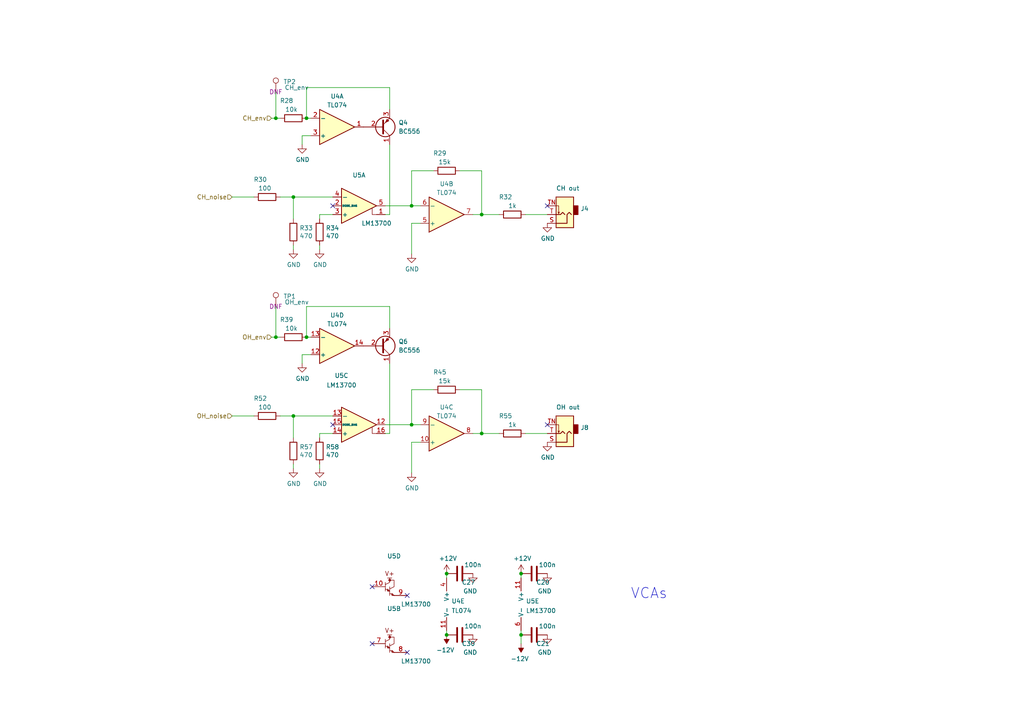
<source format=kicad_sch>
(kicad_sch (version 20211123) (generator eeschema)
  (paper "A4")
  (title_block (title "hihat") (rev "0.9") (comment 1 "untested"))
  (lib_symbols
    (symbol "Device:C" (pin_numbers hide) (pin_names (offset 0.254))
      (property "Reference" "C" (at 0.635 2.54 0))
      (property "Value" "C" (at 0.635 -2.54 0))
      (symbol "C_0_1"
        (polyline (pts (xy -2.032 -0.762) (xy 2.032 -0.762)) (stroke (width 0.508)))
        (polyline (pts (xy -2.032 0.762) (xy 2.032 0.762)) (stroke (width 0.508)))
      )
      (symbol "C_1_1"
        (pin passive line (at 0 3.81 270) (length 2.794) (name "~") (number "1"))
        (pin passive line (at 0 -3.81 90) (length 2.794) (name "~") (number "2"))
      )
    )
    (symbol "Transistor_BJT:BC556" (pin_names (offset 0) hide)
      (property "Reference" "Q" (at 5.08 1.905 0))
      (property "Value" "BC556" (at 5.08 0 0))
      (symbol "BC556_0_1"
        (polyline (pts (xy 0.635 0.635) (xy 2.54 2.54)))
        (polyline (pts (xy 0.635 -0.635) (xy 2.54 -2.54) (xy 2.54 -2.54)))
        (polyline (pts (xy 0.635 1.905) (xy 0.635 -1.905) (xy 0.635 -1.905)) (stroke (width 0.508)))
        (polyline (pts (xy 2.286 -1.778) (xy 1.778 -2.286) (xy 1.27 -1.27) (xy 2.286 -1.778) (xy 2.286 -1.778)) (fill (type outline)))
        (circle (center 1.27 0) (radius 2.8194) (stroke (width 0.254)))
      )
      (symbol "BC556_1_1"
        (pin passive line (at 2.54 5.08 270) (length 2.54) (name "C") (number "1"))
        (pin input line (at -5.08 0 0) (length 5.715) (name "B") (number "2"))
        (pin passive line (at 2.54 -5.08 90) (length 2.54) (name "E") (number "3"))
      )
    )
    (symbol "ao_symbols:AudioJack2_SwitchT"
      (property "Reference" "J" (at 0 8.89 0))
      (property "Value" "AudioJack2_SwitchT" (at 0 6.35 0))
      (symbol "AudioJack2_SwitchT_0_1"
        (rectangle (start -2.54 0) (end -3.81 -2.54) (stroke (width 0.254)) (fill (type outline)))
        (polyline (pts (xy 1.778 -0.254) (xy 2.032 -0.762)))
        (polyline (pts (xy 0 0) (xy 0.635 -0.635) (xy 1.27 0) (xy 2.54 0)) (stroke (width 0.254)))
        (polyline (pts (xy 2.54 -2.54) (xy 1.778 -2.54) (xy 1.778 -0.254) (xy 1.524 -0.762)))
        (polyline (pts (xy 2.54 2.54) (xy -0.635 2.54) (xy -0.635 0) (xy -1.27 -0.635) (xy -1.905 0)) (stroke (width 0.254)))
        (rectangle (start 2.54 3.81) (end -2.54 -5.08) (stroke (width 0.254)) (fill (type background)))
      )
      (symbol "AudioJack2_SwitchT_1_1"
        (pin passive line (at 5.08 2.54 180) (length 2.54) (name "~") (number "S"))
        (pin passive line (at 5.08 0 180) (length 2.54) (name "~") (number "T"))
        (pin passive line (at 5.08 -2.54 180) (length 2.54) (name "~") (number "TN"))
      )
    )
    (symbol "ao_symbols:LM13700" (pin_names (offset 0.127))
      (property "Reference" "U" (at 3.81 5.08 0))
      (property "Value" "LM13700" (at 5.08 -5.08 0))
      (symbol "LM13700_1_1"
        (polyline (pts (xy 3.81 -0.635) (xy 3.81 -2.54) (xy 5.08 -2.54)))
        (polyline (pts (xy 5.08 0) (xy -5.08 -5.08) (xy -5.08 5.08) (xy 5.08 0)) (stroke (width 0.254)) (fill (type background)))
        (pin input line (at 7.62 -2.54 180) (length 2.54) (name "~") (number "1"))
        (pin input line (at -7.62 0 0) (length 2.54) (name "DIODE_BIAS") (number "2"))
        (pin input line (at -7.62 -2.54 0) (length 2.54) (name "+") (number "3"))
        (pin input line (at -7.62 2.54 0) (length 2.54) (name "-") (number "4"))
        (pin output line (at 7.62 0 180) (length 2.54) (name "~") (number "5"))
      )
      (symbol "LM13700_2_0"
        (polyline (pts (xy -1.905 2.54) (xy -3.175 2.54)))
      )
      (symbol "LM13700_2_1"
        (circle (center -2.54 1.905) (radius 0.254) (stroke (width 0.254)) (fill (type outline)))
        (polyline (pts (xy -3.81 -0.635) (xy -2.54 -1.27)))
        (polyline (pts (xy -3.81 1.27) (xy -3.81 -1.27)))
        (polyline (pts (xy -2.54 -1.905) (xy -1.27 -2.54)))
        (polyline (pts (xy -2.54 0) (xy -2.54 -2.54)))
        (polyline (pts (xy -3.81 0.635) (xy -2.54 1.27) (xy -2.54 1.905) (xy -2.54 2.54)))
        (polyline (pts (xy -2.54 -1.27) (xy -3.175 -0.635) (xy -3.175 -1.27) (xy -2.54 -1.27)) (fill (type outline)))
        (polyline (pts (xy -2.54 -0.635) (xy -1.27 0) (xy -1.27 1.905) (xy -2.54 1.905)))
        (polyline (pts (xy -1.27 -2.54) (xy -1.905 -1.905) (xy -1.905 -2.54) (xy -1.27 -2.54)) (fill (type outline)))
        (text "V+" (at -2.54 3.81 0) (effects (font (size 1.27 1.27))))
        (pin input line (at -7.62 0 0) (length 3.81) (name "~") (number "7"))
        (pin output line (at 2.54 -2.54 180) (length 3.81) (name "~") (number "8"))
      )
      (symbol "LM13700_3_1"
        (polyline (pts (xy 3.81 -0.635) (xy 3.81 -2.54) (xy 5.08 -2.54)))
        (polyline (pts (xy 5.08 0) (xy -5.08 -5.08) (xy -5.08 5.08) (xy 5.08 0)) (stroke (width 0.254)) (fill (type background)))
        (pin output line (at 7.62 0 180) (length 2.54) (name "~") (number "12"))
        (pin input line (at -7.62 2.54 0) (length 2.54) (name "-") (number "13"))
        (pin input line (at -7.62 -2.54 0) (length 2.54) (name "+") (number "14"))
        (pin input line (at -7.62 0 0) (length 2.54) (name "DIODE_BIAS") (number "15"))
        (pin input line (at 7.62 -2.54 180) (length 2.54) (name "~") (number "16"))
      )
      (symbol "LM13700_4_0"
        (polyline (pts (xy -3.175 2.54) (xy -1.905 2.54)))
        (text "V+" (at -2.54 3.81 0) (effects (font (size 1.27 1.27))))
      )
      (symbol "LM13700_4_1"
        (circle (center -2.54 1.905) (radius 0.254) (stroke (width 0.254)) (fill (type outline)))
        (polyline (pts (xy -3.81 -0.635) (xy -2.54 -1.27)))
        (polyline (pts (xy -3.81 1.27) (xy -3.81 -1.27)))
        (polyline (pts (xy -2.54 -1.905) (xy -1.27 -2.54)))
        (polyline (pts (xy -2.54 0) (xy -2.54 -2.54)))
        (polyline (pts (xy -3.81 0.635) (xy -2.54 1.27) (xy -2.54 2.54)))
        (polyline (pts (xy -2.54 -1.27) (xy -3.175 -0.635) (xy -3.175 -1.27) (xy -2.54 -1.27)) (fill (type outline)))
        (polyline (pts (xy -2.54 -0.635) (xy -1.27 0) (xy -1.27 1.905) (xy -2.54 1.905)))
        (polyline (pts (xy -1.27 -2.54) (xy -1.905 -1.905) (xy -1.905 -2.54) (xy -1.27 -2.54)) (fill (type outline)))
        (pin input line (at -7.62 0 0) (length 3.81) (name "~") (number "10"))
        (pin output line (at 2.54 -2.54 180) (length 3.81) (name "~") (number "9"))
      )
      (symbol "LM13700_5_1"
        (pin power_in line (at -2.54 7.62 270) (length 3.81) (name "V+") (number "11"))
        (pin power_in line (at -2.54 -7.62 90) (length 3.81) (name "V-") (number "6"))
      )
    )
    (symbol "ao_symbols:R" (pin_numbers hide) (pin_names (offset 0))
      (property "Reference" "R" (at 2.032 0 90))
      (property "Value" "R" (at 0 0 90))
      (symbol "R_0_1"
        (rectangle (start -1.016 -2.54) (end 1.016 2.54) (stroke (width 0.254)))
      )
      (symbol "R_1_1"
        (pin passive line (at 0 3.81 270) (length 1.27) (name "~") (number "1"))
        (pin passive line (at 0 -3.81 90) (length 1.27) (name "~") (number "2"))
      )
    )
    (symbol "ao_symbols:TL074" (pin_names (offset 0.127))
      (property "Reference" "U" (at 0 5.08 0))
      (property "Value" "TL074" (at 0 -5.08 0))
      (symbol "TL074_1_1"
        (polyline (pts (xy -5.08 5.08) (xy 5.08 0) (xy -5.08 -5.08) (xy -5.08 5.08)) (stroke (width 0.254)) (fill (type background)))
        (pin output line (at 7.62 0 180) (length 2.54) (name "~") (number "1"))
        (pin input line (at -7.62 -2.54 0) (length 2.54) (name "-") (number "2"))
        (pin input line (at -7.62 2.54 0) (length 2.54) (name "+") (number "3"))
      )
      (symbol "TL074_2_1"
        (polyline (pts (xy -5.08 5.08) (xy 5.08 0) (xy -5.08 -5.08) (xy -5.08 5.08)) (stroke (width 0.254)) (fill (type background)))
        (pin input line (at -7.62 2.54 0) (length 2.54) (name "+") (number "5"))
        (pin input line (at -7.62 -2.54 0) (length 2.54) (name "-") (number "6"))
        (pin output line (at 7.62 0 180) (length 2.54) (name "~") (number "7"))
      )
      (symbol "TL074_3_1"
        (polyline (pts (xy -5.08 5.08) (xy 5.08 0) (xy -5.08 -5.08) (xy -5.08 5.08)) (stroke (width 0.254)) (fill (type background)))
        (pin input line (at -7.62 2.54 0) (length 2.54) (name "+") (number "10"))
        (pin output line (at 7.62 0 180) (length 2.54) (name "~") (number "8"))
        (pin input line (at -7.62 -2.54 0) (length 2.54) (name "-") (number "9"))
      )
      (symbol "TL074_4_1"
        (polyline (pts (xy -5.08 5.08) (xy 5.08 0) (xy -5.08 -5.08) (xy -5.08 5.08)) (stroke (width 0.254)) (fill (type background)))
        (pin input line (at -7.62 2.54 0) (length 2.54) (name "+") (number "12"))
        (pin input line (at -7.62 -2.54 0) (length 2.54) (name "-") (number "13"))
        (pin output line (at 7.62 0 180) (length 2.54) (name "~") (number "14"))
      )
      (symbol "TL074_5_1"
        (pin power_in line (at -2.54 -7.62 90) (length 3.81) (name "V-") (number "11"))
        (pin power_in line (at -2.54 7.62 270) (length 3.81) (name "V+") (number "4"))
      )
    )
    (symbol "ao_symbols:TestPoint" (pin_numbers hide) (pin_names (offset 0.762) hide) (in_bom no)
      (property "Reference" "TP" (at 0 6.858 0))
      (property "Value" "TestPoint" (at 0 5.08 0))
      (property "Config" "DNF" (at 0 0 0))
      (symbol "TestPoint_0_1"
        (circle (center 0 3.302) (radius 0.762))
      )
      (symbol "TestPoint_1_1"
        (pin passive line (at 0 0 90) (length 2.54) (name "1") (number "1"))
      )
    )
    (symbol "power:+12V" (power) (pin_names (offset 0))
      (property "Value" "+12V" (at 0 3.556 0))
      (symbol "+12V_0_1"
        (polyline (pts (xy -0.762 1.27) (xy 0 2.54)))
        (polyline (pts (xy 0 0) (xy 0 2.54)))
        (polyline (pts (xy 0 2.54) (xy 0.762 1.27)))
      )
      (symbol "+12V_1_1"
        (pin power_in line (at 0 0 90) (length 0) hide (name "+12V") (number "1"))
      )
    )
    (symbol "power:-12V" (power) (pin_names (offset 0))
      (property "Value" "-12V" (at 0 3.81 0))
      (symbol "-12V_0_0"
        (pin power_in line (at 0 0 90) (length 0) hide (name "-12V") (number "1"))
      )
      (symbol "-12V_0_1"
        (polyline (pts (xy 0 0) (xy 0 1.27) (xy 0.762 1.27) (xy 0 2.54) (xy -0.762 1.27) (xy 0 1.27)) (fill (type outline)))
      )
    )
    (symbol "power:GND" (power) (pin_names (offset 0))
      (property "Value" "GND" (at 0 -3.81 0))
      (symbol "GND_0_1"
        (polyline (pts (xy 0 0) (xy 0 -1.27) (xy 1.27 -1.27) (xy 0 -2.54) (xy -1.27 -1.27) (xy 0 -1.27)))
      )
      (symbol "GND_1_1"
        (pin power_in line (at 0 0 270) (length 0) hide (name "GND") (number "1"))
      )
    )
  )
  (junction (at 88.9 34.29))
  (junction (at 80.01 97.79))
  (junction (at 151.13 184.15))
  (junction (at 129.54 166.37))
  (junction (at 139.7 62.23))
  (junction (at 119.38 59.69))
  (junction (at 80.01 34.29))
  (junction (at 88.9 97.79))
  (junction (at 85.09 120.65))
  (junction (at 85.09 57.15))
  (junction (at 129.54 184.15))
  (junction (at 119.38 123.19))
  (junction (at 139.7 125.73))
  (junction (at 151.13 166.37))
  (no_connect (at 158.75 59.69))
  (no_connect (at 158.75 123.19))
  (no_connect (at 107.95 186.69))
  (no_connect (at 118.11 189.23))
  (no_connect (at 96.52 59.69))
  (no_connect (at 107.95 170.18))
  (no_connect (at 118.11 172.72))
  (no_connect (at 96.52 123.19))
  (wire (pts (xy 113.03 62.23) (xy 111.76 62.23)))
  (wire (pts (xy 151.13 182.88) (xy 151.13 184.15)))
  (wire (pts (xy 88.9 88.9) (xy 88.9 97.79)))
  (wire (pts (xy 113.03 31.75) (xy 113.03 25.4)))
  (wire (pts (xy 151.13 184.15) (xy 151.13 186.69)))
  (wire (pts (xy 92.71 127) (xy 92.71 125.73)))
  (wire (pts (xy 119.38 59.69) (xy 121.92 59.69)))
  (wire (pts (xy 139.7 125.73) (xy 139.7 113.03)))
  (wire (pts (xy 81.28 57.15) (xy 85.09 57.15)))
  (wire (pts (xy 113.03 25.4) (xy 88.9 25.4)))
  (wire (pts (xy 119.38 113.03) (xy 119.38 123.19)))
  (wire (pts (xy 88.9 97.79) (xy 90.17 97.79)))
  (wire (pts (xy 129.54 182.88) (xy 129.54 184.15)))
  (wire (pts (xy 88.9 25.4) (xy 88.9 34.29)))
  (wire (pts (xy 137.16 62.23) (xy 139.7 62.23)))
  (wire (pts (xy 80.01 26.67) (xy 80.01 34.29)))
  (wire (pts (xy 85.09 120.65) (xy 85.09 127)))
  (wire (pts (xy 92.71 134.62) (xy 92.71 135.89)))
  (wire (pts (xy 139.7 49.53) (xy 133.35 49.53)))
  (wire (pts (xy 85.09 134.62) (xy 85.09 135.89)))
  (wire (pts (xy 78.74 34.29) (xy 80.01 34.29)))
  (wire (pts (xy 81.28 120.65) (xy 85.09 120.65)))
  (wire (pts (xy 85.09 120.65) (xy 96.52 120.65)))
  (wire (pts (xy 119.38 128.27) (xy 119.38 137.16)))
  (wire (pts (xy 92.71 125.73) (xy 96.52 125.73)))
  (wire (pts (xy 85.09 57.15) (xy 96.52 57.15)))
  (wire (pts (xy 92.71 71.12) (xy 92.71 72.39)))
  (wire (pts (xy 119.38 64.77) (xy 119.38 73.66)))
  (wire (pts (xy 80.01 97.79) (xy 81.28 97.79)))
  (wire (pts (xy 119.38 49.53) (xy 119.38 59.69)))
  (wire (pts (xy 139.7 62.23) (xy 139.7 49.53)))
  (wire (pts (xy 121.92 128.27) (xy 119.38 128.27)))
  (wire (pts (xy 152.4 62.23) (xy 158.75 62.23)))
  (wire (pts (xy 119.38 123.19) (xy 121.92 123.19)))
  (wire (pts (xy 67.31 120.65) (xy 73.66 120.65)))
  (wire (pts (xy 111.76 123.19) (xy 119.38 123.19)))
  (wire (pts (xy 78.74 97.79) (xy 80.01 97.79)))
  (wire (pts (xy 92.71 63.5) (xy 92.71 62.23)))
  (wire (pts (xy 152.4 125.73) (xy 158.75 125.73)))
  (wire (pts (xy 139.7 62.23) (xy 144.78 62.23)))
  (wire (pts (xy 85.09 57.15) (xy 85.09 63.5)))
  (wire (pts (xy 67.31 57.15) (xy 73.66 57.15)))
  (wire (pts (xy 113.03 105.41) (xy 113.03 125.73)))
  (wire (pts (xy 137.16 125.73) (xy 139.7 125.73)))
  (wire (pts (xy 111.76 59.69) (xy 119.38 59.69)))
  (wire (pts (xy 113.03 125.73) (xy 111.76 125.73)))
  (wire (pts (xy 87.63 102.87) (xy 87.63 105.41)))
  (wire (pts (xy 139.7 125.73) (xy 144.78 125.73)))
  (wire (pts (xy 88.9 34.29) (xy 90.17 34.29)))
  (wire (pts (xy 113.03 41.91) (xy 113.03 62.23)))
  (wire (pts (xy 121.92 64.77) (xy 119.38 64.77)))
  (wire (pts (xy 151.13 167.64) (xy 151.13 166.37)))
  (wire (pts (xy 113.03 88.9) (xy 88.9 88.9)))
  (wire (pts (xy 113.03 95.25) (xy 113.03 88.9)))
  (wire (pts (xy 125.73 113.03) (xy 119.38 113.03)))
  (wire (pts (xy 87.63 39.37) (xy 87.63 41.91)))
  (wire (pts (xy 139.7 113.03) (xy 133.35 113.03)))
  (wire (pts (xy 80.01 34.29) (xy 81.28 34.29)))
  (wire (pts (xy 92.71 62.23) (xy 96.52 62.23)))
  (wire (pts (xy 125.73 49.53) (xy 119.38 49.53)))
  (wire (pts (xy 90.17 39.37) (xy 87.63 39.37)))
  (wire (pts (xy 90.17 102.87) (xy 87.63 102.87)))
  (wire (pts (xy 80.01 88.9) (xy 80.01 97.79)))
  (wire (pts (xy 129.54 167.64) (xy 129.54 166.37)))
  (wire (pts (xy 85.09 71.12) (xy 85.09 72.39)))
  (text "VCAs" (at 182.88 173.99 0) (effects (font (size 3 3)) (justify left bottom)))
  (hierarchical_label "CH_env" (shape input) (at 78.74 34.29 180))
  (hierarchical_label "OH_noise" (shape input) (at 67.31 120.65 180))
  (hierarchical_label "OH_env" (shape input) (at 78.74 97.79 180))
  (hierarchical_label "CH_noise" (shape input) (at 67.31 57.15 180))
  (symbol (lib_id "ao_symbols:R") (at 129.54 49.53 270) (unit 1)
    (property "Reference" "R29" (at 129.54 44.45 90) (effects (justify right)))
    (property "Value" "15k" (at 130.81 46.99 90) (effects (justify right)))
    (property "Footprint" "ao_tht:R_Axial_DIN0207_L6.3mm_D2.5mm_P10.16mm_Horizontal" (effects hide))
    (property "Vendor" "Tayda" (effects hide))
  )
  (symbol (lib_id "power:GND") (at 92.71 135.89 0) (unit 1)
    (property "Reference" "#PWR0164" (effects hide))
    (property "Value" "GND" (at 92.837 140.2842 0))
  )
  (symbol (lib_id "Device:C") (at 133.35 184.15 270) (unit 1)
    (property "Reference" "C30" (at 135.89 186.69 90))
    (property "Value" "100n" (at 137.16 181.61 90))
    (property "Footprint" "ao_tht:C_Disc_D3.0mm_W1.6mm_P2.50mm" (effects hide))
    (property "tayda" "https://www.taydaelectronics.com/capacitors/polyester-film-box-type-capacitors/1000pf-100v-5-kemet-polyester-film-box-type-capacitor.html" (effects hide))
  )
  (symbol (lib_id "ao_symbols:LM13700") (at 115.57 186.69 0) (unit 2)
    (property "Reference" "U5" (at 114.3 176.53 0))
    (property "Value" "LM13700" (at 120.65 191.77 0))
    (property "Footprint" "ao_tht:DIP-16_W7.62mm_Socket_LongPads" (effects hide))
    (property "Vendor" "Tayda" (effects hide))
    (property "SKU" "A-900" (effects hide))
  )
  (symbol (lib_id "ao_symbols:TestPoint") (at 80.01 26.67 0) (unit 1)
    (property "Reference" "TP2" (at 82.169 23.7295 0) (effects (justify left)))
    (property "Value" "CH_env" (at 82.55 25.4 0) (effects (justify left)))
    (property "Footprint" "ao_tht:TestPoint_THTPad_D1.5mm_Drill0.7mm" (effects hide))
    (property "Config" "DNF" (at 80.01 26.67 0))
  )
  (symbol (lib_id "power:GND") (at 92.71 72.39 0) (unit 1)
    (property "Reference" "#PWR0169" (effects hide))
    (property "Value" "GND" (at 92.837 76.7842 0))
  )
  (symbol (lib_id "power:GND") (at 119.38 137.16 0) (unit 1)
    (property "Reference" "#PWR0173" (effects hide))
    (property "Value" "GND" (at 119.507 141.5542 0))
  )
  (symbol (lib_id "power:GND") (at 137.16 166.37 0) (unit 1)
    (property "Reference" "#PWR0194" (effects hide))
    (property "Value" "GND" (at 138.43 171.45 0) (effects (justify right)))
  )
  (symbol (lib_id "ao_symbols:TL074") (at 97.79 100.33 0) (mirror x) (unit 4)
    (property "Reference" "U4" (at 97.79 91.44 0))
    (property "Value" "TL074" (at 97.79 93.98 0))
    (property "Footprint" "ao_tht:DIP-14_W7.62mm_Socket_LongPads" (effects hide))
    (property "Vendor" "Tayda" (effects hide))
    (property "SKU" "A-1138" (effects hide))
  )
  (symbol (lib_id "ao_symbols:AudioJack2_SwitchT") (at 163.83 62.23 180) (unit 1)
    (property "Reference" "J4" (at 168.3766 60.5282 0) (effects (justify right)))
    (property "Value" "CH out" (at 161.29 54.61 0) (effects (justify right)))
    (property "Footprint" "ao_tht:Jack_6.35mm_PJ_629HAN" (effects hide))
    (property "Vendor" "Tayda" (effects hide))
    (property "SKU" "A-1121" (effects hide))
  )
  (symbol (lib_id "ao_symbols:R") (at 85.09 67.31 180) (unit 1)
    (property "Reference" "R33" (at 86.868 66.1416 0) (effects (justify right)))
    (property "Value" "470" (at 86.868 68.453 0) (effects (justify right)))
    (property "Footprint" "ao_tht:R_Axial_DIN0207_L6.3mm_D2.5mm_P10.16mm_Horizontal" (effects hide))
    (property "Vendor" "Tayda" (effects hide))
  )
  (symbol (lib_id "ao_symbols:LM13700") (at 153.67 175.26 0) (unit 5)
    (property "Reference" "U5" (at 152.5272 174.3515 0) (effects (justify left)))
    (property "Value" "LM13700" (at 152.5272 177.1266 0) (effects (justify left)))
    (property "Footprint" "ao_tht:DIP-16_W7.62mm_Socket_LongPads" (effects hide))
    (property "Vendor" "Tayda" (effects hide))
    (property "SKU" "A-900" (effects hide))
  )
  (symbol (lib_id "power:GND") (at 85.09 72.39 0) (unit 1)
    (property "Reference" "#PWR0168" (effects hide))
    (property "Value" "GND" (at 85.217 76.7842 0))
  )
  (symbol (lib_id "power:+12V") (at 151.13 166.37 0) (unit 1)
    (property "Reference" "#PWR0149" (effects hide))
    (property "Value" "+12V" (at 151.511 161.9758 0))
  )
  (symbol (lib_id "ao_symbols:LM13700") (at 104.14 123.19 0) (unit 3)
    (property "Reference" "U5" (at 99.06 108.9365 0))
    (property "Value" "LM13700" (at 99.06 111.7116 0))
    (property "Footprint" "ao_tht:DIP-16_W7.62mm_Socket_LongPads" (effects hide))
    (property "Vendor" "Tayda" (effects hide))
    (property "SKU" "A-900" (effects hide))
  )
  (symbol (lib_id "ao_symbols:R") (at 77.47 57.15 270) (unit 1)
    (property "Reference" "R30" (at 77.47 52.07 90) (effects (justify right)))
    (property "Value" "100" (at 78.74 54.61 90) (effects (justify right)))
    (property "Footprint" "ao_tht:R_Axial_DIN0207_L6.3mm_D2.5mm_P10.16mm_Horizontal" (effects hide))
    (property "Vendor" "Tayda" (effects hide))
  )
  (symbol (lib_id "ao_symbols:TL074") (at 97.79 36.83 0) (mirror x) (unit 1)
    (property "Reference" "U4" (at 97.79 27.94 0))
    (property "Value" "TL074" (at 97.79 30.48 0))
    (property "Footprint" "ao_tht:DIP-14_W7.62mm_Socket_LongPads" (effects hide))
    (property "Vendor" "Tayda" (effects hide))
    (property "SKU" "A-1138" (effects hide))
  )
  (symbol (lib_id "power:GND") (at 158.75 166.37 0) (unit 1)
    (property "Reference" "#PWR0148" (effects hide))
    (property "Value" "GND" (at 160.02 171.45 0) (effects (justify right)))
  )
  (symbol (lib_id "power:GND") (at 119.38 73.66 0) (unit 1)
    (property "Reference" "#PWR0166" (effects hide))
    (property "Value" "GND" (at 119.507 78.0542 0))
  )
  (symbol (lib_id "ao_symbols:R") (at 148.59 125.73 270) (unit 1)
    (property "Reference" "R55" (at 148.59 120.65 90) (effects (justify right)))
    (property "Value" "1k" (at 149.86 123.19 90) (effects (justify right)))
    (property "Footprint" "ao_tht:R_Axial_DIN0207_L6.3mm_D2.5mm_P10.16mm_Horizontal" (effects hide))
    (property "Vendor" "Tayda" (effects hide))
  )
  (symbol (lib_id "ao_symbols:TL074") (at 132.08 175.26 0) (unit 5)
    (property "Reference" "U4" (at 130.9372 174.3515 0) (effects (justify left)))
    (property "Value" "TL074" (at 130.9372 177.1266 0) (effects (justify left)))
    (property "Footprint" "ao_tht:DIP-14_W7.62mm_Socket_LongPads" (effects hide))
    (property "Vendor" "Tayda" (effects hide))
    (property "SKU" "A-1138" (effects hide))
  )
  (symbol (lib_id "power:GND") (at 158.75 184.15 0) (unit 1)
    (property "Reference" "#PWR0151" (effects hide))
    (property "Value" "GND" (at 160.02 189.23 0) (effects (justify right)))
  )
  (symbol (lib_id "ao_symbols:R") (at 92.71 67.31 180) (unit 1)
    (property "Reference" "R34" (at 94.488 66.1416 0) (effects (justify right)))
    (property "Value" "470" (at 94.488 68.453 0) (effects (justify right)))
    (property "Footprint" "ao_tht:R_Axial_DIN0207_L6.3mm_D2.5mm_P10.16mm_Horizontal" (effects hide))
    (property "Vendor" "Tayda" (effects hide))
  )
  (symbol (lib_id "ao_symbols:TL074") (at 129.54 125.73 0) (mirror x) (unit 3)
    (property "Reference" "U4" (at 129.54 118.11 0))
    (property "Value" "TL074" (at 129.54 120.65 0))
    (property "Footprint" "ao_tht:DIP-14_W7.62mm_Socket_LongPads" (effects hide))
    (property "Vendor" "Tayda" (effects hide))
    (property "SKU" "A-1138" (effects hide))
  )
  (symbol (lib_id "ao_symbols:LM13700") (at 104.14 59.69 0) (unit 1)
    (property "Reference" "U5" (at 104.14 50.8 0))
    (property "Value" "LM13700" (at 109.22 64.77 0))
    (property "Footprint" "ao_tht:DIP-16_W7.62mm_Socket_LongPads" (effects hide))
    (property "Vendor" "Tayda" (effects hide))
    (property "SKU" "A-900" (effects hide))
  )
  (symbol (lib_id "ao_symbols:R") (at 148.59 62.23 270) (unit 1)
    (property "Reference" "R32" (at 148.59 57.15 90) (effects (justify right)))
    (property "Value" "1k" (at 149.86 59.69 90) (effects (justify right)))
    (property "Footprint" "ao_tht:R_Axial_DIN0207_L6.3mm_D2.5mm_P10.16mm_Horizontal" (effects hide))
    (property "Vendor" "Tayda" (effects hide))
  )
  (symbol (lib_id "ao_symbols:R") (at 77.47 120.65 270) (unit 1)
    (property "Reference" "R52" (at 77.47 115.57 90) (effects (justify right)))
    (property "Value" "100" (at 78.74 118.11 90) (effects (justify right)))
    (property "Footprint" "ao_tht:R_Axial_DIN0207_L6.3mm_D2.5mm_P10.16mm_Horizontal" (effects hide))
    (property "Vendor" "Tayda" (effects hide))
  )
  (symbol (lib_id "Transistor_BJT:BC556") (at 110.49 100.33 0) (mirror x) (unit 1)
    (property "Reference" "Q6" (at 115.57 99.06 0) (effects (justify left)))
    (property "Value" "BC556" (at 115.57 101.6 0) (effects (justify left)))
    (property "Footprint" "ao_tht:TO-92_Inline_Wide" (effects hide))
    (property "Datasheet" "https://www.onsemi.com/pub/Collateral/BC556BTA-D.pdf" (effects hide))
  )
  (symbol (lib_id "ao_symbols:R") (at 85.09 130.81 180) (unit 1)
    (property "Reference" "R57" (at 86.868 129.6416 0) (effects (justify right)))
    (property "Value" "470" (at 86.868 131.953 0) (effects (justify right)))
    (property "Footprint" "ao_tht:R_Axial_DIN0207_L6.3mm_D2.5mm_P10.16mm_Horizontal" (effects hide))
    (property "Vendor" "Tayda" (effects hide))
  )
  (symbol (lib_id "Device:C") (at 154.94 166.37 270) (unit 1)
    (property "Reference" "C20" (at 157.48 168.91 90))
    (property "Value" "100n" (at 158.75 163.83 90))
    (property "Footprint" "ao_tht:C_Disc_D3.0mm_W1.6mm_P2.50mm" (effects hide))
    (property "tayda" "https://www.taydaelectronics.com/capacitors/polyester-film-box-type-capacitors/1000pf-100v-5-kemet-polyester-film-box-type-capacitor.html" (effects hide))
  )
  (symbol (lib_id "Device:C") (at 133.35 166.37 270) (unit 1)
    (property "Reference" "C27" (at 135.89 168.91 90))
    (property "Value" "100n" (at 137.16 163.83 90))
    (property "Footprint" "ao_tht:C_Disc_D3.0mm_W1.6mm_P2.50mm" (effects hide))
    (property "tayda" "https://www.taydaelectronics.com/capacitors/polyester-film-box-type-capacitors/1000pf-100v-5-kemet-polyester-film-box-type-capacitor.html" (effects hide))
  )
  (symbol (lib_id "power:GND") (at 87.63 105.41 0) (unit 1)
    (property "Reference" "#PWR0165" (effects hide))
    (property "Value" "GND" (at 87.757 109.8042 0))
  )
  (symbol (lib_id "ao_symbols:R") (at 85.09 97.79 270) (unit 1)
    (property "Reference" "R39" (at 85.09 92.71 90) (effects (justify right)))
    (property "Value" "10k" (at 86.36 95.25 90) (effects (justify right)))
    (property "Footprint" "ao_tht:R_Axial_DIN0207_L6.3mm_D2.5mm_P10.16mm_Horizontal" (effects hide))
    (property "Vendor" "Tayda" (effects hide))
  )
  (symbol (lib_id "ao_symbols:R") (at 129.54 113.03 270) (unit 1)
    (property "Reference" "R45" (at 129.54 107.95 90) (effects (justify right)))
    (property "Value" "15k" (at 130.81 110.49 90) (effects (justify right)))
    (property "Footprint" "ao_tht:R_Axial_DIN0207_L6.3mm_D2.5mm_P10.16mm_Horizontal" (effects hide))
    (property "Vendor" "Tayda" (effects hide))
  )
  (symbol (lib_id "ao_symbols:AudioJack2_SwitchT") (at 163.83 125.73 180) (unit 1)
    (property "Reference" "J8" (at 168.3766 124.0282 0) (effects (justify right)))
    (property "Value" "OH out" (at 161.29 118.11 0) (effects (justify right)))
    (property "Footprint" "ao_tht:Jack_6.35mm_PJ_629HAN" (effects hide))
    (property "Vendor" "Tayda" (effects hide))
    (property "SKU" "A-1121" (effects hide))
  )
  (symbol (lib_id "ao_symbols:LM13700") (at 115.57 170.18 0) (unit 4)
    (property "Reference" "U5" (at 114.3 161.29 0))
    (property "Value" "LM13700" (at 120.65 175.26 0))
    (property "Footprint" "ao_tht:DIP-16_W7.62mm_Socket_LongPads" (effects hide))
    (property "Vendor" "Tayda" (effects hide))
    (property "SKU" "A-900" (effects hide))
  )
  (symbol (lib_id "power:+12V") (at 129.54 166.37 0) (unit 1)
    (property "Reference" "#PWR0196" (effects hide))
    (property "Value" "+12V" (at 129.921 161.9758 0))
  )
  (symbol (lib_id "Device:C") (at 154.94 184.15 270) (unit 1)
    (property "Reference" "C21" (at 157.48 186.69 90))
    (property "Value" "100n" (at 158.75 181.61 90))
    (property "Footprint" "ao_tht:C_Disc_D3.0mm_W1.6mm_P2.50mm" (effects hide))
    (property "tayda" "https://www.taydaelectronics.com/capacitors/polyester-film-box-type-capacitors/1000pf-100v-5-kemet-polyester-film-box-type-capacitor.html" (effects hide))
  )
  (symbol (lib_id "power:GND") (at 85.09 135.89 0) (unit 1)
    (property "Reference" "#PWR0163" (effects hide))
    (property "Value" "GND" (at 85.217 140.2842 0))
  )
  (symbol (lib_id "power:GND") (at 158.75 128.27 0) (unit 1)
    (property "Reference" "#PWR0174" (effects hide))
    (property "Value" "GND" (at 158.877 132.6642 0))
  )
  (symbol (lib_id "ao_symbols:R") (at 92.71 130.81 180) (unit 1)
    (property "Reference" "R58" (at 94.488 129.6416 0) (effects (justify right)))
    (property "Value" "470" (at 94.488 131.953 0) (effects (justify right)))
    (property "Footprint" "ao_tht:R_Axial_DIN0207_L6.3mm_D2.5mm_P10.16mm_Horizontal" (effects hide))
    (property "Vendor" "Tayda" (effects hide))
  )
  (symbol (lib_id "Transistor_BJT:BC556") (at 110.49 36.83 0) (mirror x) (unit 1)
    (property "Reference" "Q4" (at 115.57 35.56 0) (effects (justify left)))
    (property "Value" "BC556" (at 115.57 38.1 0) (effects (justify left)))
    (property "Footprint" "ao_tht:TO-92_Inline_Wide" (effects hide))
    (property "Datasheet" "https://www.onsemi.com/pub/Collateral/BC556BTA-D.pdf" (effects hide))
  )
  (symbol (lib_id "ao_symbols:TL074") (at 129.54 62.23 0) (mirror x) (unit 2)
    (property "Reference" "U4" (at 129.54 53.34 0))
    (property "Value" "TL074" (at 129.54 55.88 0))
    (property "Footprint" "ao_tht:DIP-14_W7.62mm_Socket_LongPads" (effects hide))
    (property "Vendor" "Tayda" (effects hide))
    (property "SKU" "A-1138" (effects hide))
  )
  (symbol (lib_id "power:-12V") (at 151.13 186.69 180) (unit 1)
    (property "Reference" "#PWR0152" (effects hide))
    (property "Value" "-12V" (at 150.749 191.0842 0))
  )
  (symbol (lib_id "power:GND") (at 137.16 184.15 0) (unit 1)
    (property "Reference" "#PWR0193" (effects hide))
    (property "Value" "GND" (at 138.43 189.23 0) (effects (justify right)))
  )
  (symbol (lib_id "power:GND") (at 87.63 41.91 0) (unit 1)
    (property "Reference" "#PWR0171" (effects hide))
    (property "Value" "GND" (at 87.757 46.3042 0))
  )
  (symbol (lib_id "power:GND") (at 158.75 64.77 0) (unit 1)
    (property "Reference" "#PWR0172" (effects hide))
    (property "Value" "GND" (at 158.877 69.1642 0))
  )
  (symbol (lib_id "power:-12V") (at 129.54 184.15 180) (unit 1)
    (property "Reference" "#PWR0195" (effects hide))
    (property "Value" "-12V" (at 129.159 188.5442 0))
  )
  (symbol (lib_id "ao_symbols:R") (at 85.09 34.29 270) (unit 1)
    (property "Reference" "R28" (at 85.09 29.21 90) (effects (justify right)))
    (property "Value" "10k" (at 86.36 31.75 90) (effects (justify right)))
    (property "Footprint" "ao_tht:R_Axial_DIN0207_L6.3mm_D2.5mm_P10.16mm_Horizontal" (effects hide))
    (property "Vendor" "Tayda" (effects hide))
  )
  (symbol (lib_id "ao_symbols:TestPoint") (at 80.01 88.9 0) (unit 1)
    (property "Reference" "TP1" (at 82.169 85.9595 0) (effects (justify left)))
    (property "Value" "OH_env" (at 82.55 87.63 0) (effects (justify left)))
    (property "Footprint" "ao_tht:TestPoint_THTPad_D1.5mm_Drill0.7mm" (effects hide))
    (property "Config" "DNF" (at 80.01 88.9 0))
  )
)
</source>
